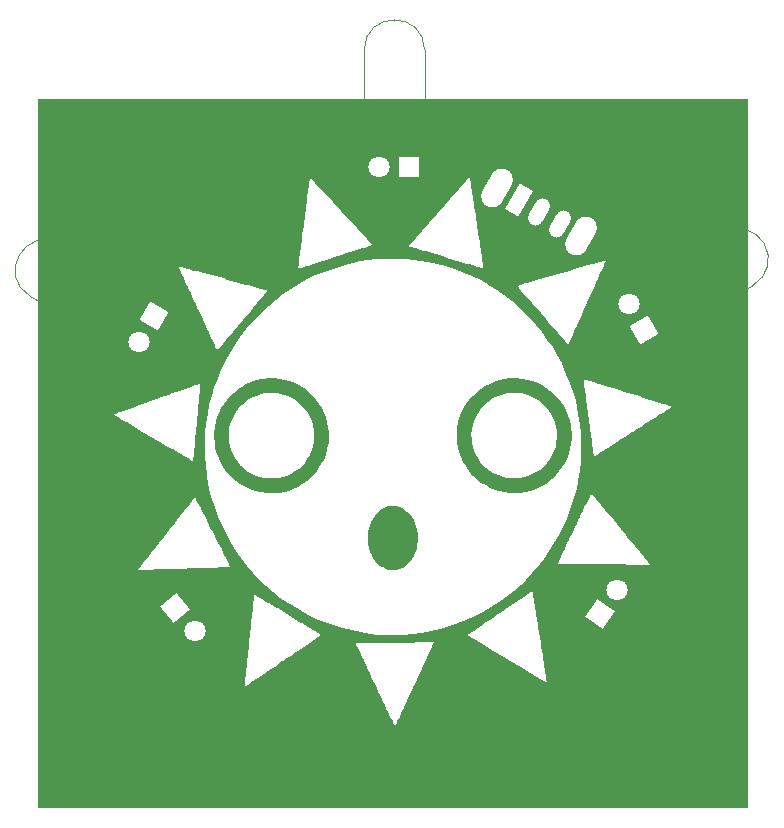
<source format=gbr>
%TF.GenerationSoftware,KiCad,Pcbnew,(6.0.1)*%
%TF.CreationDate,2022-04-19T14:46:11-07:00*%
%TF.ProjectId,Alpenglow_GoldSun_PCB,416c7065-6e67-46c6-9f77-5f476f6c6453,rev?*%
%TF.SameCoordinates,Original*%
%TF.FileFunction,Legend,Top*%
%TF.FilePolarity,Positive*%
%FSLAX46Y46*%
G04 Gerber Fmt 4.6, Leading zero omitted, Abs format (unit mm)*
G04 Created by KiCad (PCBNEW (6.0.1)) date 2022-04-19 14:46:11*
%MOMM*%
%LPD*%
G01*
G04 APERTURE LIST*
G04 Aperture macros list*
%AMHorizOval*
0 Thick line with rounded ends*
0 $1 width*
0 $2 $3 position (X,Y) of the first rounded end (center of the circle)*
0 $4 $5 position (X,Y) of the second rounded end (center of the circle)*
0 Add line between two ends*
20,1,$1,$2,$3,$4,$5,0*
0 Add two circle primitives to create the rounded ends*
1,1,$1,$2,$3*
1,1,$1,$4,$5*%
%AMRotRect*
0 Rectangle, with rotation*
0 The origin of the aperture is its center*
0 $1 length*
0 $2 width*
0 $3 Rotation angle, in degrees counterclockwise*
0 Add horizontal line*
21,1,$1,$2,0,0,$3*%
G04 Aperture macros list end*
%ADD10C,0.254000*%
%ADD11C,0.120000*%
%ADD12R,1.800000X1.800000*%
%ADD13C,1.800000*%
%ADD14RotRect,1.800000X1.800000X240.000000*%
%ADD15RotRect,1.800000X1.800000X120.000000*%
%ADD16RotRect,1.800000X1.800000X310.000000*%
%ADD17RotRect,1.800000X1.800000X55.000000*%
%ADD18O,2.500000X4.000000*%
%ADD19HorizOval,1.900000X-0.400000X-0.692820X0.400000X0.692820X0*%
%ADD20RotRect,1.300000X2.500000X330.000000*%
%ADD21HorizOval,1.300000X-0.300000X-0.519615X0.300000X0.519615X0*%
G04 APERTURE END LIST*
%TO.C,G\u002A\u002A\u002A*%
G36*
X182550641Y-60781360D02*
G01*
X182550641Y-120828641D01*
X122503360Y-120828641D01*
X122503360Y-110521646D01*
X139977118Y-110521646D01*
X139982518Y-110540210D01*
X139983752Y-110540540D01*
X140000720Y-110529475D01*
X140049214Y-110496999D01*
X140127642Y-110444190D01*
X140234414Y-110372126D01*
X140367938Y-110281885D01*
X140526622Y-110174544D01*
X140708875Y-110051183D01*
X140913105Y-109912878D01*
X141137722Y-109760708D01*
X141381133Y-109595750D01*
X141641748Y-109419084D01*
X141917974Y-109231786D01*
X142208221Y-109034935D01*
X142510897Y-108829608D01*
X142824410Y-108616884D01*
X143147170Y-108397841D01*
X143221301Y-108347525D01*
X143545977Y-108127094D01*
X143861743Y-107912608D01*
X144167009Y-107705151D01*
X144460184Y-107505808D01*
X144739676Y-107315665D01*
X145003894Y-107135807D01*
X145251247Y-106967319D01*
X145459959Y-106825044D01*
X149352378Y-106825044D01*
X149359935Y-106843792D01*
X149383685Y-106896517D01*
X149422629Y-106981109D01*
X149475766Y-107095461D01*
X149542097Y-107237464D01*
X149620621Y-107405010D01*
X149710339Y-107595990D01*
X149810251Y-107808295D01*
X149919356Y-108039817D01*
X150036655Y-108288448D01*
X150161148Y-108552078D01*
X150291835Y-108828601D01*
X150427716Y-109115906D01*
X150567791Y-109411886D01*
X150711060Y-109714431D01*
X150856523Y-110021435D01*
X151003180Y-110330787D01*
X151150032Y-110640380D01*
X151296077Y-110948105D01*
X151440318Y-111251854D01*
X151581752Y-111549517D01*
X151719382Y-111838988D01*
X151852205Y-112118156D01*
X151979223Y-112384914D01*
X152099436Y-112637153D01*
X152211844Y-112872764D01*
X152315446Y-113089640D01*
X152409244Y-113285671D01*
X152492236Y-113458749D01*
X152563423Y-113606766D01*
X152621805Y-113727613D01*
X152666382Y-113819182D01*
X152696154Y-113879364D01*
X152710121Y-113906050D01*
X152711067Y-113907230D01*
X152720705Y-113887901D01*
X152746231Y-113833942D01*
X152786837Y-113747105D01*
X152841712Y-113629143D01*
X152910048Y-113481808D01*
X152991036Y-113306854D01*
X153083868Y-113106032D01*
X153187734Y-112881096D01*
X153301826Y-112633799D01*
X153425334Y-112365892D01*
X153557451Y-112079129D01*
X153697366Y-111775263D01*
X153844271Y-111456046D01*
X153997358Y-111123230D01*
X154155817Y-110778569D01*
X154318839Y-110423816D01*
X154355830Y-110343297D01*
X155986583Y-106793414D01*
X152670542Y-106807943D01*
X152309443Y-106809540D01*
X151959298Y-106811119D01*
X151622192Y-106812668D01*
X151300209Y-106814177D01*
X150995431Y-106815635D01*
X150709944Y-106817032D01*
X150445830Y-106818356D01*
X150205174Y-106819597D01*
X149990058Y-106820745D01*
X149802567Y-106821787D01*
X149644784Y-106822715D01*
X149518793Y-106823516D01*
X149426678Y-106824181D01*
X149370522Y-106824698D01*
X149352378Y-106825044D01*
X145459959Y-106825044D01*
X145480142Y-106811286D01*
X145688991Y-106668794D01*
X145876200Y-106540928D01*
X146040178Y-106428774D01*
X146179335Y-106333416D01*
X146292079Y-106255941D01*
X146376819Y-106197432D01*
X146431964Y-106158976D01*
X146439110Y-106153810D01*
X158842030Y-106153810D01*
X158861787Y-106166838D01*
X158913680Y-106199081D01*
X158995706Y-106249334D01*
X159105860Y-106316396D01*
X159242139Y-106399065D01*
X159402540Y-106496137D01*
X159585059Y-106606411D01*
X159787692Y-106728685D01*
X160008436Y-106861756D01*
X160245287Y-107004422D01*
X160496241Y-107155480D01*
X160759295Y-107313728D01*
X161032446Y-107477965D01*
X161313689Y-107646986D01*
X161601021Y-107819591D01*
X161892439Y-107994577D01*
X162185938Y-108170741D01*
X162479516Y-108346882D01*
X162771169Y-108521796D01*
X163058892Y-108694282D01*
X163340683Y-108863137D01*
X163614538Y-109027159D01*
X163878453Y-109185145D01*
X164130424Y-109335894D01*
X164368449Y-109478203D01*
X164590523Y-109610869D01*
X164794642Y-109732691D01*
X164978804Y-109842465D01*
X165141005Y-109938990D01*
X165279240Y-110021064D01*
X165391507Y-110087483D01*
X165475801Y-110137046D01*
X165530120Y-110168551D01*
X165552459Y-110180794D01*
X165552930Y-110180890D01*
X165550411Y-110159946D01*
X165541896Y-110101374D01*
X165527684Y-110007081D01*
X165508073Y-109878972D01*
X165483362Y-109718954D01*
X165453850Y-109528933D01*
X165419835Y-109310815D01*
X165381617Y-109066506D01*
X165339493Y-108797911D01*
X165293762Y-108506938D01*
X165244724Y-108195492D01*
X165192676Y-107865479D01*
X165137917Y-107518806D01*
X165080747Y-107157378D01*
X165021463Y-106783101D01*
X164960364Y-106397882D01*
X164947513Y-106316919D01*
X164886008Y-105929740D01*
X164826114Y-105553164D01*
X164768137Y-105189093D01*
X164712382Y-104839431D01*
X164659155Y-104506079D01*
X164608761Y-104190941D01*
X164561506Y-103895918D01*
X164517696Y-103622914D01*
X164477637Y-103373831D01*
X164441634Y-103150572D01*
X164409994Y-102955039D01*
X164383021Y-102789135D01*
X164361021Y-102654763D01*
X164344301Y-102553825D01*
X164333166Y-102488223D01*
X164327921Y-102459861D01*
X164327598Y-102458815D01*
X164310324Y-102468848D01*
X164261609Y-102500124D01*
X164183187Y-102551481D01*
X164076793Y-102621760D01*
X163944161Y-102709801D01*
X163787027Y-102814444D01*
X163607125Y-102934529D01*
X163406190Y-103068896D01*
X163185957Y-103216385D01*
X162948160Y-103375836D01*
X162694535Y-103546090D01*
X162426815Y-103725985D01*
X162146736Y-103914362D01*
X161856033Y-104110061D01*
X161576740Y-104298239D01*
X161277828Y-104499791D01*
X160988103Y-104695291D01*
X160709291Y-104883568D01*
X160443114Y-105063453D01*
X160191298Y-105233778D01*
X159955564Y-105393371D01*
X159737638Y-105541063D01*
X159539243Y-105675685D01*
X159362103Y-105796067D01*
X159207942Y-105901039D01*
X159078483Y-105989432D01*
X158975451Y-106060075D01*
X158900569Y-106111800D01*
X158855562Y-106143437D01*
X158842030Y-106153810D01*
X146439110Y-106153810D01*
X146455922Y-106141657D01*
X146456851Y-106140787D01*
X146440607Y-106129070D01*
X146392163Y-106098246D01*
X146313699Y-106049617D01*
X146207398Y-105984487D01*
X146075442Y-105904161D01*
X145920012Y-105809941D01*
X145743290Y-105703131D01*
X145547458Y-105585035D01*
X145334698Y-105456956D01*
X145107191Y-105320199D01*
X144867120Y-105176065D01*
X144616665Y-105025860D01*
X144358009Y-104870887D01*
X144093334Y-104712449D01*
X143824822Y-104551850D01*
X143554653Y-104390394D01*
X143285010Y-104229383D01*
X143018075Y-104070123D01*
X142756030Y-103913916D01*
X142501056Y-103762066D01*
X142255334Y-103615876D01*
X142021048Y-103476651D01*
X141800378Y-103345694D01*
X141595507Y-103224308D01*
X141408616Y-103113797D01*
X141241886Y-103015464D01*
X141097501Y-102930614D01*
X140977641Y-102860549D01*
X140884488Y-102806574D01*
X140820224Y-102769992D01*
X140787031Y-102752107D01*
X140782773Y-102750551D01*
X140780314Y-102771311D01*
X140773986Y-102829557D01*
X140764033Y-102922956D01*
X140750696Y-103049174D01*
X140734217Y-103205877D01*
X140714838Y-103390731D01*
X140692801Y-103601403D01*
X140668347Y-103835560D01*
X140641720Y-104090866D01*
X140613161Y-104364989D01*
X140582911Y-104655595D01*
X140551213Y-104960350D01*
X140518309Y-105276921D01*
X140484440Y-105602973D01*
X140449849Y-105936174D01*
X140414777Y-106274189D01*
X140379467Y-106614684D01*
X140344160Y-106955326D01*
X140309098Y-107293782D01*
X140274524Y-107627717D01*
X140240679Y-107954797D01*
X140207804Y-108272690D01*
X140176143Y-108579061D01*
X140145937Y-108871577D01*
X140117428Y-109147904D01*
X140090858Y-109405708D01*
X140066469Y-109642655D01*
X140044503Y-109856412D01*
X140025201Y-110044646D01*
X140008806Y-110205021D01*
X139995560Y-110335205D01*
X139985704Y-110432865D01*
X139979480Y-110495665D01*
X139977132Y-110521273D01*
X139977118Y-110521646D01*
X122503360Y-110521646D01*
X122503360Y-100642427D01*
X130923355Y-100642427D01*
X130932125Y-100652099D01*
X130942595Y-100652924D01*
X130966097Y-100652324D01*
X131027663Y-100650528D01*
X131125347Y-100647598D01*
X131257200Y-100643593D01*
X131421275Y-100638574D01*
X131615624Y-100632601D01*
X131838302Y-100625734D01*
X132087359Y-100618034D01*
X132360849Y-100609561D01*
X132656823Y-100600375D01*
X132973336Y-100590536D01*
X133308439Y-100580105D01*
X133660185Y-100569142D01*
X134026626Y-100557707D01*
X134405816Y-100545861D01*
X134795806Y-100533664D01*
X134862682Y-100531571D01*
X135253815Y-100519295D01*
X135634197Y-100507290D01*
X136001901Y-100495620D01*
X136354998Y-100484349D01*
X136691563Y-100473539D01*
X137009667Y-100463255D01*
X137307384Y-100453560D01*
X137582786Y-100444518D01*
X137833946Y-100436192D01*
X138058938Y-100428646D01*
X138255833Y-100421944D01*
X138422705Y-100416150D01*
X138557626Y-100411326D01*
X138658669Y-100407537D01*
X138723907Y-100404846D01*
X138751413Y-100403317D01*
X138752211Y-100403168D01*
X138744110Y-100384849D01*
X138718909Y-100332657D01*
X138677543Y-100248460D01*
X138620946Y-100134125D01*
X138550051Y-99991517D01*
X138465792Y-99822505D01*
X138369105Y-99628954D01*
X138260922Y-99412733D01*
X138142177Y-99175708D01*
X138013806Y-98919746D01*
X137876741Y-98646713D01*
X137731917Y-98358477D01*
X137580268Y-98056905D01*
X137422728Y-97743863D01*
X137271454Y-97443496D01*
X137079327Y-97062202D01*
X136904354Y-96715105D01*
X136745717Y-96400632D01*
X136602594Y-96117211D01*
X136474168Y-95863268D01*
X136359619Y-95637231D01*
X136258127Y-95437527D01*
X136168873Y-95262583D01*
X136091038Y-95110826D01*
X136023803Y-94980683D01*
X135966347Y-94870582D01*
X135917853Y-94778950D01*
X135877500Y-94704214D01*
X135844469Y-94644801D01*
X135817941Y-94599138D01*
X135797096Y-94565653D01*
X135781115Y-94542773D01*
X135769179Y-94528924D01*
X135760469Y-94522535D01*
X135754165Y-94522032D01*
X135750754Y-94524330D01*
X135735143Y-94543271D01*
X135695977Y-94592092D01*
X135634489Y-94669238D01*
X135551908Y-94773150D01*
X135449467Y-94902275D01*
X135328396Y-95055055D01*
X135189927Y-95229934D01*
X135035290Y-95425356D01*
X134865716Y-95639765D01*
X134682437Y-95871606D01*
X134486684Y-96119321D01*
X134279687Y-96381354D01*
X134062677Y-96656150D01*
X133836887Y-96942153D01*
X133603546Y-97237805D01*
X133380661Y-97520288D01*
X133140770Y-97824351D01*
X132906942Y-98120701D01*
X132680434Y-98407747D01*
X132462502Y-98683897D01*
X132254405Y-98947558D01*
X132057397Y-99197140D01*
X131872738Y-99431051D01*
X131701682Y-99647698D01*
X131545487Y-99845491D01*
X131405410Y-100022838D01*
X131282708Y-100178146D01*
X131178637Y-100309824D01*
X131094455Y-100416281D01*
X131031417Y-100495925D01*
X130990782Y-100547164D01*
X130974394Y-100567687D01*
X130936617Y-100616509D01*
X130923355Y-100642427D01*
X122503360Y-100642427D01*
X122503360Y-87481062D01*
X128871549Y-87481062D01*
X128886072Y-87492302D01*
X128933167Y-87522521D01*
X129010824Y-87570538D01*
X129117030Y-87635169D01*
X129249774Y-87715233D01*
X129407044Y-87809548D01*
X129586830Y-87916931D01*
X129787119Y-88036201D01*
X130005900Y-88166175D01*
X130241162Y-88305672D01*
X130490893Y-88453509D01*
X130753081Y-88608504D01*
X131025716Y-88769475D01*
X131306786Y-88935240D01*
X131594278Y-89104617D01*
X131886182Y-89276424D01*
X132180487Y-89449478D01*
X132475180Y-89622598D01*
X132768251Y-89794601D01*
X133057687Y-89964306D01*
X133341478Y-90130530D01*
X133617612Y-90292091D01*
X133884076Y-90447807D01*
X134138861Y-90596497D01*
X134379954Y-90736977D01*
X134605344Y-90868066D01*
X134813019Y-90988581D01*
X135000969Y-91097342D01*
X135167181Y-91193164D01*
X135309643Y-91274868D01*
X135426345Y-91341269D01*
X135515276Y-91391187D01*
X135574422Y-91423439D01*
X135601774Y-91436843D01*
X135603319Y-91437146D01*
X135607420Y-91416971D01*
X135615002Y-91358801D01*
X135625879Y-91264506D01*
X135639864Y-91135955D01*
X135656771Y-90975015D01*
X135676413Y-90783557D01*
X135698605Y-90563449D01*
X135723160Y-90316560D01*
X135732210Y-90224543D01*
X136594687Y-90224543D01*
X136614457Y-91017493D01*
X136673222Y-91803771D01*
X136770322Y-92582172D01*
X136905097Y-93351496D01*
X137076886Y-94110538D01*
X137285030Y-94858098D01*
X137528867Y-95592971D01*
X137807738Y-96313957D01*
X138120982Y-97019851D01*
X138467938Y-97709453D01*
X138847947Y-98381558D01*
X139260348Y-99034965D01*
X139704480Y-99668471D01*
X140179684Y-100280874D01*
X140685298Y-100870971D01*
X141220663Y-101437560D01*
X141785118Y-101979437D01*
X142378002Y-102495401D01*
X142998656Y-102984249D01*
X143646419Y-103444779D01*
X143972170Y-103658873D01*
X144647695Y-104067646D01*
X145342451Y-104441759D01*
X146054697Y-104780648D01*
X146782690Y-105083749D01*
X147524688Y-105350498D01*
X148278950Y-105580332D01*
X149043732Y-105772688D01*
X149817293Y-105927002D01*
X150597890Y-106042710D01*
X151383781Y-106119248D01*
X151626291Y-106134826D01*
X151788454Y-106142074D01*
X151980507Y-106147535D01*
X152193417Y-106151200D01*
X152418153Y-106153057D01*
X152645680Y-106153095D01*
X152866968Y-106151302D01*
X153072982Y-106147668D01*
X153254691Y-106142182D01*
X153367662Y-106136954D01*
X154169477Y-106072496D01*
X154962008Y-105969439D01*
X155744182Y-105828260D01*
X156514925Y-105649437D01*
X157273167Y-105433447D01*
X158017832Y-105180769D01*
X158747850Y-104891879D01*
X159462146Y-104567255D01*
X160159648Y-104207374D01*
X160839283Y-103812715D01*
X161499979Y-103383754D01*
X162140662Y-102920969D01*
X162760260Y-102424838D01*
X163357700Y-101895838D01*
X163754928Y-101513432D01*
X164307072Y-100935824D01*
X164827790Y-100334414D01*
X164991453Y-100125424D01*
X166484409Y-100125424D01*
X166504700Y-100126213D01*
X166563076Y-100127363D01*
X166657590Y-100128851D01*
X166786297Y-100130655D01*
X166947252Y-100132754D01*
X167138507Y-100135124D01*
X167358118Y-100137744D01*
X167604140Y-100140592D01*
X167874626Y-100143644D01*
X168167630Y-100146880D01*
X168481208Y-100150276D01*
X168813414Y-100153811D01*
X169162301Y-100157463D01*
X169525925Y-100161208D01*
X169902339Y-100165025D01*
X170289598Y-100168892D01*
X170302124Y-100169016D01*
X170691325Y-100172880D01*
X171070671Y-100176664D01*
X171438151Y-100180347D01*
X171791749Y-100183909D01*
X172129453Y-100187329D01*
X172449249Y-100190586D01*
X172749122Y-100193658D01*
X173027060Y-100196526D01*
X173281048Y-100199168D01*
X173509073Y-100201564D01*
X173709121Y-100203692D01*
X173879179Y-100205532D01*
X174017233Y-100207062D01*
X174121269Y-100208263D01*
X174189274Y-100209113D01*
X174219081Y-100209587D01*
X174277781Y-100209316D01*
X174315922Y-100205595D01*
X174324163Y-100201652D01*
X174311618Y-100185377D01*
X174274794Y-100139724D01*
X174214913Y-100066177D01*
X174133194Y-99966218D01*
X174030857Y-99841330D01*
X173909121Y-99692996D01*
X173769208Y-99522699D01*
X173612337Y-99331923D01*
X173439728Y-99122150D01*
X173252600Y-98894863D01*
X173052174Y-98651545D01*
X172839671Y-98393679D01*
X172616308Y-98122748D01*
X172383308Y-97840235D01*
X172141889Y-97547624D01*
X171893272Y-97246396D01*
X171828641Y-97168105D01*
X171517010Y-96790750D01*
X171229940Y-96443395D01*
X170966620Y-96125075D01*
X170726239Y-95834824D01*
X170507987Y-95571677D01*
X170311054Y-95334670D01*
X170134629Y-95122838D01*
X169977901Y-94935215D01*
X169840060Y-94770835D01*
X169720295Y-94628736D01*
X169617796Y-94507950D01*
X169531752Y-94407513D01*
X169461353Y-94326460D01*
X169405788Y-94263826D01*
X169364246Y-94218645D01*
X169335918Y-94189953D01*
X169319992Y-94176785D01*
X169315821Y-94176224D01*
X169302831Y-94202084D01*
X169274029Y-94261261D01*
X169230511Y-94351453D01*
X169173372Y-94470359D01*
X169103708Y-94615677D01*
X169022615Y-94785106D01*
X168931187Y-94976345D01*
X168830520Y-95187091D01*
X168721709Y-95415043D01*
X168605851Y-95657899D01*
X168484039Y-95913359D01*
X168357370Y-96179120D01*
X168226938Y-96452881D01*
X168093840Y-96732340D01*
X167959171Y-97015196D01*
X167824026Y-97299148D01*
X167689500Y-97581893D01*
X167556688Y-97861130D01*
X167426687Y-98134558D01*
X167300592Y-98399875D01*
X167179497Y-98654780D01*
X167064499Y-98896970D01*
X166956692Y-99124145D01*
X166857172Y-99334003D01*
X166767035Y-99524242D01*
X166687376Y-99692561D01*
X166619290Y-99836659D01*
X166563872Y-99954233D01*
X166522218Y-100042982D01*
X166495424Y-100100604D01*
X166484584Y-100124799D01*
X166484409Y-100125424D01*
X164991453Y-100125424D01*
X165316425Y-99710450D01*
X165772323Y-99065177D01*
X166194829Y-98399842D01*
X166583289Y-97715692D01*
X166937046Y-97013972D01*
X167255447Y-96295929D01*
X167537837Y-95562810D01*
X167783560Y-94815861D01*
X167991962Y-94056328D01*
X168162388Y-93285458D01*
X168208766Y-93036757D01*
X168329285Y-92247983D01*
X168410188Y-91459349D01*
X168451874Y-90672128D01*
X168454745Y-89887590D01*
X168419199Y-89107006D01*
X168345636Y-88331647D01*
X168234457Y-87562784D01*
X168086060Y-86801688D01*
X167900846Y-86049631D01*
X167679214Y-85307882D01*
X167421565Y-84577714D01*
X167385736Y-84490078D01*
X168663810Y-84490078D01*
X168665896Y-84509946D01*
X168672982Y-84566954D01*
X168684731Y-84658565D01*
X168700802Y-84782247D01*
X168720857Y-84935463D01*
X168744558Y-85115680D01*
X168771566Y-85320362D01*
X168801542Y-85546975D01*
X168834147Y-85792985D01*
X168869044Y-86055856D01*
X168905893Y-86333053D01*
X168944355Y-86622043D01*
X168984092Y-86920290D01*
X169024766Y-87225259D01*
X169066037Y-87534417D01*
X169107566Y-87845227D01*
X169149016Y-88155156D01*
X169190048Y-88461669D01*
X169230322Y-88762230D01*
X169269501Y-89054306D01*
X169307244Y-89335362D01*
X169343215Y-89602862D01*
X169377074Y-89854273D01*
X169408482Y-90087059D01*
X169437101Y-90298686D01*
X169462593Y-90486618D01*
X169484617Y-90648322D01*
X169502837Y-90781263D01*
X169516912Y-90882905D01*
X169526505Y-90950714D01*
X169531147Y-90981423D01*
X169543433Y-91024165D01*
X169558371Y-91041761D01*
X169560375Y-91041471D01*
X169578760Y-91030210D01*
X169629228Y-90998401D01*
X169710151Y-90947083D01*
X169819900Y-90877297D01*
X169956847Y-90790082D01*
X170119364Y-90686478D01*
X170305822Y-90567525D01*
X170514592Y-90434263D01*
X170744047Y-90287730D01*
X170992557Y-90128968D01*
X171258494Y-89959015D01*
X171540230Y-89778913D01*
X171836136Y-89589699D01*
X172144584Y-89392415D01*
X172463945Y-89188100D01*
X172792592Y-88977793D01*
X172861757Y-88933527D01*
X173191912Y-88722167D01*
X173512950Y-88516543D01*
X173823255Y-88317693D01*
X174121209Y-88126658D01*
X174405194Y-87944480D01*
X174673591Y-87772198D01*
X174924784Y-87610853D01*
X175157155Y-87461484D01*
X175369085Y-87325134D01*
X175558958Y-87202841D01*
X175725155Y-87095647D01*
X175866058Y-87004592D01*
X175980050Y-86930717D01*
X176065513Y-86875061D01*
X176120830Y-86838666D01*
X176144382Y-86822571D01*
X176145141Y-86821864D01*
X176126365Y-86815076D01*
X176071587Y-86797123D01*
X175983038Y-86768701D01*
X175862952Y-86730505D01*
X175713558Y-86683232D01*
X175537090Y-86627576D01*
X175335779Y-86564233D01*
X175111857Y-86493899D01*
X174867556Y-86417270D01*
X174605108Y-86335040D01*
X174326744Y-86247907D01*
X174034697Y-86156565D01*
X173731199Y-86061711D01*
X173418481Y-85964039D01*
X173098775Y-85864245D01*
X172774314Y-85763025D01*
X172447328Y-85661076D01*
X172120051Y-85559091D01*
X171794713Y-85457767D01*
X171473547Y-85357800D01*
X171158785Y-85259885D01*
X170852658Y-85164718D01*
X170557399Y-85072994D01*
X170275238Y-84985409D01*
X170008409Y-84902659D01*
X169759143Y-84825440D01*
X169529672Y-84754446D01*
X169322228Y-84690375D01*
X169139043Y-84633920D01*
X168982348Y-84585778D01*
X168854375Y-84546645D01*
X168757357Y-84517216D01*
X168693525Y-84498187D01*
X168665112Y-84490253D01*
X168663810Y-84490078D01*
X167385736Y-84490078D01*
X167128297Y-83860396D01*
X166799812Y-83157201D01*
X166436507Y-82469399D01*
X166038784Y-81798260D01*
X165607042Y-81145057D01*
X165141681Y-80511060D01*
X164643101Y-79897539D01*
X164111701Y-79305767D01*
X163783574Y-78967969D01*
X163202419Y-78414806D01*
X162597807Y-77893886D01*
X161970659Y-77405698D01*
X161321896Y-76950729D01*
X160757713Y-76595715D01*
X163070352Y-76595715D01*
X163079453Y-76612726D01*
X163099069Y-76641167D01*
X163130225Y-76682238D01*
X163173946Y-76737139D01*
X163231256Y-76807067D01*
X163303179Y-76893222D01*
X163390741Y-76996803D01*
X163494966Y-77119009D01*
X163616877Y-77261039D01*
X163757501Y-77424093D01*
X163917862Y-77609368D01*
X164098983Y-77818065D01*
X164301890Y-78051381D01*
X164527608Y-78310517D01*
X164777160Y-78596672D01*
X165051571Y-78911043D01*
X165209889Y-79092315D01*
X165447076Y-79363637D01*
X165677229Y-79626499D01*
X165898965Y-79879342D01*
X166110903Y-80120605D01*
X166311659Y-80348728D01*
X166499851Y-80562152D01*
X166674098Y-80759315D01*
X166833017Y-80938658D01*
X166975226Y-81098622D01*
X167099342Y-81237645D01*
X167203983Y-81354168D01*
X167287767Y-81446631D01*
X167349312Y-81513473D01*
X167387235Y-81553135D01*
X167400092Y-81564261D01*
X167409741Y-81544568D01*
X167434809Y-81490038D01*
X167474508Y-81402438D01*
X167528050Y-81283536D01*
X167594647Y-81135097D01*
X167673512Y-80958890D01*
X167763855Y-80756681D01*
X167864891Y-80530237D01*
X167975829Y-80281327D01*
X168095884Y-80011715D01*
X168224266Y-79723171D01*
X168360187Y-79417461D01*
X168502861Y-79096351D01*
X168651499Y-78761609D01*
X168805313Y-78415003D01*
X168963514Y-78058299D01*
X168996054Y-77984906D01*
X169154861Y-77626613D01*
X169309243Y-77278159D01*
X169458422Y-76941300D01*
X169601622Y-76617796D01*
X169738067Y-76309406D01*
X169866981Y-76017889D01*
X169987585Y-75745002D01*
X170099106Y-75492506D01*
X170200765Y-75262158D01*
X170291786Y-75055718D01*
X170371394Y-74874945D01*
X170438810Y-74721597D01*
X170493260Y-74597432D01*
X170533967Y-74504211D01*
X170560153Y-74443691D01*
X170571044Y-74417631D01*
X170571314Y-74416700D01*
X170552046Y-74421639D01*
X170496585Y-74437097D01*
X170407182Y-74462425D01*
X170286085Y-74496970D01*
X170135544Y-74540082D01*
X169957807Y-74591108D01*
X169755124Y-74649398D01*
X169529743Y-74714300D01*
X169283914Y-74785163D01*
X169019886Y-74861336D01*
X168739908Y-74942166D01*
X168446230Y-75027003D01*
X168141099Y-75115196D01*
X167826766Y-75206092D01*
X167505479Y-75299041D01*
X167179488Y-75393392D01*
X166851042Y-75488492D01*
X166522389Y-75583691D01*
X166195779Y-75678337D01*
X165873462Y-75771779D01*
X165557685Y-75863365D01*
X165250699Y-75952445D01*
X164954752Y-76038366D01*
X164672093Y-76120478D01*
X164404972Y-76198128D01*
X164155638Y-76270666D01*
X163926339Y-76337441D01*
X163719326Y-76397800D01*
X163536846Y-76451093D01*
X163381149Y-76496668D01*
X163254485Y-76533874D01*
X163159102Y-76562059D01*
X163097249Y-76580573D01*
X163071176Y-76588763D01*
X163070741Y-76588936D01*
X163070352Y-76595715D01*
X160757713Y-76595715D01*
X160652436Y-76529469D01*
X159963202Y-76142406D01*
X159255112Y-75790029D01*
X158529087Y-75472826D01*
X157786047Y-75191286D01*
X157026913Y-74945898D01*
X156252603Y-74737150D01*
X155509348Y-74574306D01*
X154937615Y-74475841D01*
X154341444Y-74397914D01*
X153731182Y-74341254D01*
X153117180Y-74306589D01*
X152509784Y-74294647D01*
X151919344Y-74306158D01*
X151786417Y-74312230D01*
X151096133Y-74360251D01*
X150429087Y-74433589D01*
X149776371Y-74533703D01*
X149129079Y-74662051D01*
X148478304Y-74820092D01*
X148173572Y-74903660D01*
X147419662Y-75138304D01*
X146680440Y-75409730D01*
X145957150Y-75717015D01*
X145251033Y-76059235D01*
X144563330Y-76435467D01*
X143895285Y-76844787D01*
X143248140Y-77286273D01*
X142623135Y-77759000D01*
X142021514Y-78262045D01*
X141444518Y-78794485D01*
X140893389Y-79355396D01*
X140369370Y-79943856D01*
X139873702Y-80558940D01*
X139407627Y-81199726D01*
X139115965Y-81637625D01*
X138704211Y-82315297D01*
X138327694Y-83011205D01*
X137986868Y-83723809D01*
X137682183Y-84451570D01*
X137414092Y-85192947D01*
X137183047Y-85946402D01*
X136989500Y-86710395D01*
X136833903Y-87483386D01*
X136716707Y-88263836D01*
X136638366Y-89050206D01*
X136599330Y-89840956D01*
X136594687Y-90224543D01*
X135732210Y-90224543D01*
X135749891Y-90044758D01*
X135778612Y-89749913D01*
X135809137Y-89433894D01*
X135841279Y-89098569D01*
X135874852Y-88745807D01*
X135909671Y-88377477D01*
X135930588Y-88155044D01*
X135964157Y-87796743D01*
X135996593Y-87449281D01*
X136027706Y-87114745D01*
X136057307Y-86795222D01*
X136085205Y-86492802D01*
X136111211Y-86209571D01*
X136135136Y-85947619D01*
X136156790Y-85709034D01*
X136175983Y-85495902D01*
X136192527Y-85310313D01*
X136206230Y-85154354D01*
X136216905Y-85030114D01*
X136224360Y-84939680D01*
X136228408Y-84885141D01*
X136228983Y-84868475D01*
X136209737Y-84874307D01*
X136154993Y-84892804D01*
X136066961Y-84923183D01*
X135947847Y-84964660D01*
X135799859Y-85016450D01*
X135625205Y-85077769D01*
X135426093Y-85147835D01*
X135204731Y-85225862D01*
X134963325Y-85311067D01*
X134704084Y-85402665D01*
X134429216Y-85499874D01*
X134140928Y-85601909D01*
X133841428Y-85707985D01*
X133532923Y-85817320D01*
X133217622Y-85929129D01*
X132897732Y-86042628D01*
X132575461Y-86157033D01*
X132253016Y-86271561D01*
X131932605Y-86385427D01*
X131616436Y-86497847D01*
X131306717Y-86608038D01*
X131005656Y-86715215D01*
X130715459Y-86818595D01*
X130438335Y-86917393D01*
X130176492Y-87010826D01*
X129932136Y-87098110D01*
X129707477Y-87178460D01*
X129504721Y-87251094D01*
X129326077Y-87315226D01*
X129173751Y-87370073D01*
X129049952Y-87414851D01*
X128956888Y-87448776D01*
X128896766Y-87471064D01*
X128871794Y-87480932D01*
X128871549Y-87481062D01*
X122503360Y-87481062D01*
X122503360Y-74945368D01*
X134355076Y-74945368D01*
X134362826Y-74963558D01*
X134386475Y-75015921D01*
X134425036Y-75100335D01*
X134477525Y-75214675D01*
X134542957Y-75356819D01*
X134620345Y-75524643D01*
X134708706Y-75716023D01*
X134807053Y-75928837D01*
X134914402Y-76160961D01*
X135029766Y-76410271D01*
X135152162Y-76674644D01*
X135280604Y-76951957D01*
X135414106Y-77240085D01*
X135551684Y-77536907D01*
X135692352Y-77840298D01*
X135835124Y-78148135D01*
X135979017Y-78458295D01*
X136123043Y-78768654D01*
X136266219Y-79077089D01*
X136407559Y-79381476D01*
X136546078Y-79679692D01*
X136680790Y-79969613D01*
X136810711Y-80249117D01*
X136934854Y-80516080D01*
X137052236Y-80768378D01*
X137161870Y-81003888D01*
X137262771Y-81220486D01*
X137353955Y-81416049D01*
X137434436Y-81588455D01*
X137503228Y-81735578D01*
X137559347Y-81855297D01*
X137601807Y-81945487D01*
X137629623Y-82004025D01*
X137640698Y-82026693D01*
X137658802Y-82052631D01*
X137676328Y-82043586D01*
X137682945Y-82035111D01*
X137698101Y-82016707D01*
X137737671Y-81969313D01*
X137800283Y-81894559D01*
X137884565Y-81794078D01*
X137989148Y-81669499D01*
X138112660Y-81522455D01*
X138253729Y-81354577D01*
X138410985Y-81167495D01*
X138583057Y-80962841D01*
X138768573Y-80742247D01*
X138966162Y-80507343D01*
X139174453Y-80259760D01*
X139392075Y-80001130D01*
X139617657Y-79733084D01*
X139806984Y-79508151D01*
X140037768Y-79233934D01*
X140261525Y-78967973D01*
X140476897Y-78711884D01*
X140682528Y-78467285D01*
X140877061Y-78235793D01*
X141059139Y-78019025D01*
X141227406Y-77818597D01*
X141380505Y-77636126D01*
X141517079Y-77473230D01*
X141635771Y-77331525D01*
X141735225Y-77212629D01*
X141814084Y-77118157D01*
X141870991Y-77049728D01*
X141904590Y-77008958D01*
X141913803Y-76997285D01*
X141895296Y-76990964D01*
X141840391Y-76974842D01*
X141751342Y-76949528D01*
X141630404Y-76915635D01*
X141479831Y-76873776D01*
X141301878Y-76824562D01*
X141098800Y-76768606D01*
X140872851Y-76706518D01*
X140626286Y-76638913D01*
X140361359Y-76566400D01*
X140080324Y-76489594D01*
X139785438Y-76409104D01*
X139478953Y-76325545D01*
X139163125Y-76239527D01*
X138840208Y-76151662D01*
X138512457Y-76062563D01*
X138182127Y-75972842D01*
X137851471Y-75883111D01*
X137522745Y-75793981D01*
X137198204Y-75706066D01*
X136880101Y-75619976D01*
X136570691Y-75536324D01*
X136272229Y-75455722D01*
X135986970Y-75378782D01*
X135717168Y-75306116D01*
X135465077Y-75238336D01*
X135232953Y-75176054D01*
X135080837Y-75135347D01*
X144499623Y-75135347D01*
X144517897Y-75134230D01*
X144567346Y-75122449D01*
X144641119Y-75101849D01*
X144732362Y-75074271D01*
X144765889Y-75063715D01*
X144815502Y-75047940D01*
X144900927Y-75020779D01*
X145019826Y-74982974D01*
X145169863Y-74935269D01*
X145348700Y-74878408D01*
X145554000Y-74813132D01*
X145783425Y-74740186D01*
X146034638Y-74660313D01*
X146305301Y-74574255D01*
X146593077Y-74482756D01*
X146895629Y-74386559D01*
X147210619Y-74286408D01*
X147535710Y-74183045D01*
X147868564Y-74077214D01*
X147918714Y-74061268D01*
X148247370Y-73956672D01*
X148565406Y-73855258D01*
X148870751Y-73757697D01*
X149161334Y-73664659D01*
X149435083Y-73576813D01*
X149689927Y-73494829D01*
X149923794Y-73419377D01*
X150134612Y-73351127D01*
X150320311Y-73290748D01*
X150478818Y-73238910D01*
X150516951Y-73226333D01*
X153853255Y-73226333D01*
X153871698Y-73232955D01*
X153926087Y-73250211D01*
X154013984Y-73277374D01*
X154132947Y-73313717D01*
X154280538Y-73358513D01*
X154454318Y-73411037D01*
X154651848Y-73470561D01*
X154870686Y-73536358D01*
X155108395Y-73607702D01*
X155362535Y-73683866D01*
X155630666Y-73764124D01*
X155910350Y-73847748D01*
X156199145Y-73934012D01*
X156494614Y-74022190D01*
X156794316Y-74111554D01*
X157095813Y-74201378D01*
X157396664Y-74290935D01*
X157694431Y-74379499D01*
X157986673Y-74466343D01*
X158270952Y-74550739D01*
X158544828Y-74631962D01*
X158805861Y-74709285D01*
X159051613Y-74781981D01*
X159279643Y-74849324D01*
X159487512Y-74910586D01*
X159672782Y-74965040D01*
X159833011Y-75011962D01*
X159965762Y-75050622D01*
X160068594Y-75080296D01*
X160139068Y-75100256D01*
X160174745Y-75109775D01*
X160178025Y-75110451D01*
X160193746Y-75098427D01*
X160193809Y-75097632D01*
X160191074Y-75074671D01*
X160182727Y-75014592D01*
X160169117Y-74919712D01*
X160150592Y-74792350D01*
X160127498Y-74634822D01*
X160100183Y-74449449D01*
X160068996Y-74238547D01*
X160034284Y-74004434D01*
X159996395Y-73749429D01*
X159955676Y-73475849D01*
X159912476Y-73186013D01*
X159867142Y-72882239D01*
X159820022Y-72566844D01*
X159771463Y-72242147D01*
X159721814Y-71910465D01*
X159671422Y-71574117D01*
X159620634Y-71235421D01*
X159569799Y-70896695D01*
X159519265Y-70560256D01*
X159469378Y-70228423D01*
X159420488Y-69903514D01*
X159372941Y-69587847D01*
X159327085Y-69283740D01*
X159283268Y-68993510D01*
X159241838Y-68719477D01*
X159203143Y-68463957D01*
X159167530Y-68229269D01*
X159135347Y-68017731D01*
X159106942Y-67831662D01*
X159082662Y-67673378D01*
X159062856Y-67545198D01*
X159047871Y-67449440D01*
X159038054Y-67388423D01*
X159033754Y-67364463D01*
X159033646Y-67364199D01*
X159019771Y-67377960D01*
X158980994Y-67420017D01*
X158918862Y-67488619D01*
X158834923Y-67582015D01*
X158730726Y-67698453D01*
X158607817Y-67836181D01*
X158467744Y-67993449D01*
X158312056Y-68168504D01*
X158142300Y-68359595D01*
X157960025Y-68564971D01*
X157766777Y-68782880D01*
X157564106Y-69011570D01*
X157353557Y-69249289D01*
X157136681Y-69494288D01*
X156915023Y-69744813D01*
X156690133Y-69999113D01*
X156463558Y-70255437D01*
X156236846Y-70512033D01*
X156011544Y-70767150D01*
X155789201Y-71019036D01*
X155571364Y-71265940D01*
X155359581Y-71506110D01*
X155155400Y-71737794D01*
X154960369Y-71959241D01*
X154776036Y-72168700D01*
X154603949Y-72364419D01*
X154445654Y-72544646D01*
X154302701Y-72707630D01*
X154176637Y-72851619D01*
X154069010Y-72974862D01*
X153981367Y-73075608D01*
X153915257Y-73152104D01*
X153872228Y-73202599D01*
X153853826Y-73225342D01*
X153853255Y-73226333D01*
X150516951Y-73226333D01*
X150608062Y-73196283D01*
X150705972Y-73163537D01*
X150770475Y-73141342D01*
X150799501Y-73130366D01*
X150800984Y-73129368D01*
X150787025Y-73113229D01*
X150747538Y-73069398D01*
X150684110Y-72999598D01*
X150598330Y-72905557D01*
X150491784Y-72789000D01*
X150366060Y-72651652D01*
X150222746Y-72495240D01*
X150063430Y-72321490D01*
X149889698Y-72132127D01*
X149703138Y-71928877D01*
X149505338Y-71713466D01*
X149297886Y-71487619D01*
X149082369Y-71253063D01*
X148860374Y-71011524D01*
X148633489Y-70764727D01*
X148403301Y-70514397D01*
X148171399Y-70262262D01*
X147939369Y-70010046D01*
X147708799Y-69759476D01*
X147481277Y-69512277D01*
X147258390Y-69270175D01*
X147041726Y-69034896D01*
X146832872Y-68808165D01*
X146633417Y-68591710D01*
X146444946Y-68387255D01*
X146269048Y-68196526D01*
X146107311Y-68021249D01*
X145961322Y-67863150D01*
X145832668Y-67723954D01*
X145722937Y-67605388D01*
X145633717Y-67509178D01*
X145566595Y-67437048D01*
X145523159Y-67390726D01*
X145504996Y-67371936D01*
X145504569Y-67371604D01*
X145501176Y-67390731D01*
X145492998Y-67447249D01*
X145480335Y-67538840D01*
X145463488Y-67663189D01*
X145442756Y-67817977D01*
X145418439Y-68000889D01*
X145390836Y-68209607D01*
X145360249Y-68441815D01*
X145326977Y-68695195D01*
X145291319Y-68967431D01*
X145253575Y-69256207D01*
X145214046Y-69559205D01*
X145173031Y-69874108D01*
X145130831Y-70198600D01*
X145087744Y-70530364D01*
X145044072Y-70867083D01*
X145000113Y-71206441D01*
X144956168Y-71546119D01*
X144912537Y-71883803D01*
X144869519Y-72217174D01*
X144827414Y-72543916D01*
X144786523Y-72861712D01*
X144747145Y-73168246D01*
X144709581Y-73461200D01*
X144674129Y-73738258D01*
X144641090Y-73997102D01*
X144610763Y-74235417D01*
X144583450Y-74450885D01*
X144559449Y-74641189D01*
X144539060Y-74804013D01*
X144522584Y-74937040D01*
X144510320Y-75037953D01*
X144502568Y-75104435D01*
X144499628Y-75134169D01*
X144499623Y-75135347D01*
X135080837Y-75135347D01*
X135023050Y-75119883D01*
X134837622Y-75070433D01*
X134678924Y-75028318D01*
X134549211Y-74994149D01*
X134450737Y-74968538D01*
X134385757Y-74952098D01*
X134356525Y-74945440D01*
X134355076Y-74945368D01*
X122503360Y-74945368D01*
X122503360Y-60781360D01*
X182550641Y-60781360D01*
G37*
G36*
X152711108Y-95228583D02*
G01*
X152869859Y-95247220D01*
X153016637Y-95281972D01*
X153164827Y-95335858D01*
X153297607Y-95396843D01*
X153534517Y-95535396D01*
X153753091Y-95707161D01*
X153951835Y-95909032D01*
X154129252Y-96137905D01*
X154283848Y-96390673D01*
X154414127Y-96664233D01*
X154518594Y-96955478D01*
X154595753Y-97261304D01*
X154644109Y-97578604D01*
X154662167Y-97904275D01*
X154650868Y-98207010D01*
X154606745Y-98548311D01*
X154532548Y-98874107D01*
X154429701Y-99181684D01*
X154299625Y-99468327D01*
X154143743Y-99731320D01*
X153963478Y-99967948D01*
X153760253Y-100175496D01*
X153535489Y-100351250D01*
X153522966Y-100359650D01*
X153289093Y-100493134D01*
X153044932Y-100590329D01*
X152794104Y-100650513D01*
X152540232Y-100672963D01*
X152286937Y-100656955D01*
X152154499Y-100632707D01*
X151903398Y-100555671D01*
X151663523Y-100441532D01*
X151437089Y-100292191D01*
X151226310Y-100109550D01*
X151033403Y-99895509D01*
X150860581Y-99651970D01*
X150720370Y-99401769D01*
X150591620Y-99099891D01*
X150494256Y-98778127D01*
X150428945Y-98442254D01*
X150396354Y-98098054D01*
X150397149Y-97751304D01*
X150431995Y-97407785D01*
X150468020Y-97212534D01*
X150552850Y-96897732D01*
X150666049Y-96601191D01*
X150805621Y-96325722D01*
X150969572Y-96074140D01*
X151155904Y-95849256D01*
X151362622Y-95653884D01*
X151587730Y-95490836D01*
X151756393Y-95396843D01*
X151915822Y-95324904D01*
X152062798Y-95274588D01*
X152210707Y-95242877D01*
X152372932Y-95226751D01*
X152527000Y-95223041D01*
X152711108Y-95228583D01*
G37*
G36*
X137401652Y-89103661D02*
G01*
X137408048Y-88971672D01*
X137417429Y-88833943D01*
X137428701Y-88704040D01*
X137440769Y-88595528D01*
X137445259Y-88563235D01*
X137529267Y-88135360D01*
X137649711Y-87721280D01*
X137804908Y-87322860D01*
X137993176Y-86941968D01*
X138212831Y-86580469D01*
X138462190Y-86240231D01*
X138739572Y-85923120D01*
X139043293Y-85631003D01*
X139371670Y-85365745D01*
X139723020Y-85129214D01*
X140095661Y-84923275D01*
X140487909Y-84749796D01*
X140898082Y-84610642D01*
X141045093Y-84570515D01*
X141260598Y-84519405D01*
X141461687Y-84481246D01*
X141662244Y-84454122D01*
X141876152Y-84436113D01*
X142090205Y-84426160D01*
X142540930Y-84430388D01*
X142980357Y-84472902D01*
X143407513Y-84553307D01*
X143821424Y-84671210D01*
X144221116Y-84826220D01*
X144605616Y-85017943D01*
X144973950Y-85245986D01*
X145325145Y-85509956D01*
X145658226Y-85809460D01*
X145752062Y-85903699D01*
X146043603Y-86231903D01*
X146301708Y-86580963D01*
X146525720Y-86948753D01*
X146714984Y-87333151D01*
X146868842Y-87732034D01*
X146986639Y-88143276D01*
X147067718Y-88564756D01*
X147111422Y-88994349D01*
X147117095Y-89429932D01*
X147084081Y-89869382D01*
X147050454Y-90104449D01*
X146960495Y-90522499D01*
X146831761Y-90932902D01*
X146665098Y-91333714D01*
X146461353Y-91722995D01*
X146221375Y-92098799D01*
X146118903Y-92240280D01*
X146025785Y-92356040D01*
X145908734Y-92488430D01*
X145775539Y-92629662D01*
X145633990Y-92771947D01*
X145491876Y-92907498D01*
X145356986Y-93028525D01*
X145237109Y-93127242D01*
X145215039Y-93144058D01*
X144850249Y-93395590D01*
X144477000Y-93609105D01*
X144091746Y-93786084D01*
X143690942Y-93928008D01*
X143271043Y-94036355D01*
X142929443Y-94098290D01*
X142810446Y-94112218D01*
X142662280Y-94123494D01*
X142495735Y-94131838D01*
X142321604Y-94136970D01*
X142150677Y-94138613D01*
X141993745Y-94136486D01*
X141861601Y-94130310D01*
X141821296Y-94126957D01*
X141534111Y-94089978D01*
X141238824Y-94035070D01*
X140949701Y-93965401D01*
X140681010Y-93884141D01*
X140600324Y-93855713D01*
X140448375Y-93795161D01*
X140276720Y-93718665D01*
X140096514Y-93631822D01*
X139918917Y-93540225D01*
X139755086Y-93449470D01*
X139616177Y-93365152D01*
X139596819Y-93352506D01*
X139236594Y-93091051D01*
X138905469Y-92803272D01*
X138604436Y-92491090D01*
X138334489Y-92156427D01*
X138096620Y-91801205D01*
X137891822Y-91427346D01*
X137721088Y-91036772D01*
X137585412Y-90631405D01*
X137485786Y-90213167D01*
X137423203Y-89783980D01*
X137402165Y-89408413D01*
X138634804Y-89408413D01*
X138667172Y-89782251D01*
X138738361Y-90154488D01*
X138843840Y-90502671D01*
X138986470Y-90841104D01*
X139163723Y-91165321D01*
X139373070Y-91470860D01*
X139611983Y-91753256D01*
X139689448Y-91833200D01*
X139976595Y-92092911D01*
X140283387Y-92317797D01*
X140609135Y-92507513D01*
X140953147Y-92661716D01*
X141314732Y-92780060D01*
X141693200Y-92862202D01*
X141781474Y-92875782D01*
X141910486Y-92888765D01*
X142067449Y-92896160D01*
X142240700Y-92898141D01*
X142418575Y-92894886D01*
X142589410Y-92886569D01*
X142741544Y-92873365D01*
X142839372Y-92859848D01*
X143214299Y-92775740D01*
X143573200Y-92655780D01*
X143914106Y-92501602D01*
X144235050Y-92314834D01*
X144534065Y-92097109D01*
X144809184Y-91850058D01*
X145058439Y-91575310D01*
X145279863Y-91274497D01*
X145471488Y-90949251D01*
X145631348Y-90601201D01*
X145663043Y-90519094D01*
X145766378Y-90187622D01*
X145836740Y-89839955D01*
X145873776Y-89483099D01*
X145877136Y-89124060D01*
X145846468Y-88769843D01*
X145781421Y-88427454D01*
X145770137Y-88383093D01*
X145654554Y-88018990D01*
X145504859Y-87674021D01*
X145323008Y-87349945D01*
X145110955Y-87048523D01*
X144870653Y-86771515D01*
X144604056Y-86520679D01*
X144313119Y-86297776D01*
X143999795Y-86104566D01*
X143666038Y-85942808D01*
X143313803Y-85814262D01*
X142945044Y-85720688D01*
X142781549Y-85691590D01*
X142625012Y-85673620D01*
X142442477Y-85662998D01*
X142247297Y-85659726D01*
X142052827Y-85663808D01*
X141872420Y-85675246D01*
X141736281Y-85691341D01*
X141356156Y-85769557D01*
X140992534Y-85884034D01*
X140646439Y-86034256D01*
X140318891Y-86219708D01*
X140010912Y-86439874D01*
X139723523Y-86694238D01*
X139696302Y-86721189D01*
X139442095Y-87003013D01*
X139221139Y-87305554D01*
X139034168Y-87626179D01*
X138881917Y-87962255D01*
X138765120Y-88311150D01*
X138684513Y-88670230D01*
X138640829Y-89036862D01*
X138634804Y-89408413D01*
X137402165Y-89408413D01*
X137398656Y-89345765D01*
X137401652Y-89103661D01*
G37*
G36*
X157975484Y-88660174D02*
G01*
X158050097Y-88224908D01*
X158161725Y-87803773D01*
X158309898Y-87397878D01*
X158494144Y-87008330D01*
X158713991Y-86636239D01*
X158968967Y-86282711D01*
X159258602Y-85948856D01*
X159301939Y-85903699D01*
X159628746Y-85594805D01*
X159974781Y-85320775D01*
X160339137Y-85082046D01*
X160720911Y-84879052D01*
X161119197Y-84712230D01*
X161533090Y-84582017D01*
X161961685Y-84488847D01*
X162343307Y-84438497D01*
X162504522Y-84428064D01*
X162691276Y-84423660D01*
X162891761Y-84424966D01*
X163094167Y-84431664D01*
X163286686Y-84443437D01*
X163457509Y-84459965D01*
X163535668Y-84470615D01*
X163959561Y-84555998D01*
X164371696Y-84678240D01*
X164769768Y-84835648D01*
X165151474Y-85026531D01*
X165514507Y-85249194D01*
X165856564Y-85501945D01*
X166175340Y-85783091D01*
X166468529Y-86090939D01*
X166733827Y-86423797D01*
X166968930Y-86779970D01*
X167159163Y-87132108D01*
X167265751Y-87361580D01*
X167352723Y-87573001D01*
X167425071Y-87779894D01*
X167487786Y-87995781D01*
X167509986Y-88082406D01*
X167564180Y-88319662D01*
X167603681Y-88540343D01*
X167630779Y-88760866D01*
X167647763Y-88997649D01*
X167652349Y-89103661D01*
X167648964Y-89545989D01*
X167607001Y-89980338D01*
X167527454Y-90404786D01*
X167411315Y-90817410D01*
X167259577Y-91216290D01*
X167073234Y-91599503D01*
X166853277Y-91965127D01*
X166600701Y-92311240D01*
X166316498Y-92635921D01*
X166001661Y-92937247D01*
X165657183Y-93213296D01*
X165457181Y-93352506D01*
X165323349Y-93435258D01*
X165162789Y-93525352D01*
X164986661Y-93617192D01*
X164806122Y-93705182D01*
X164632328Y-93783730D01*
X164476438Y-93847238D01*
X164453676Y-93855713D01*
X164108606Y-93965050D01*
X163741319Y-94049849D01*
X163362313Y-94108649D01*
X162982082Y-94139989D01*
X162611123Y-94142407D01*
X162454817Y-94134027D01*
X162014358Y-94081942D01*
X161584242Y-93991297D01*
X161165381Y-93862438D01*
X160758684Y-93695708D01*
X160365063Y-93491453D01*
X159985430Y-93250018D01*
X159838961Y-93144058D01*
X159723135Y-93050893D01*
X159590695Y-92933815D01*
X159449430Y-92800614D01*
X159307129Y-92659077D01*
X159171581Y-92516993D01*
X159050576Y-92382149D01*
X158951902Y-92262336D01*
X158935097Y-92240280D01*
X158680710Y-91868981D01*
X158462611Y-91483227D01*
X158281344Y-91084730D01*
X158137453Y-90675199D01*
X158031483Y-90256346D01*
X157963977Y-89829881D01*
X157935481Y-89397514D01*
X157937955Y-89149003D01*
X159174977Y-89149003D01*
X159181656Y-89524546D01*
X159227271Y-89901905D01*
X159290819Y-90198842D01*
X159399672Y-90544936D01*
X159544915Y-90878570D01*
X159724035Y-91196710D01*
X159934517Y-91496326D01*
X160173845Y-91774384D01*
X160439506Y-92027851D01*
X160728984Y-92253696D01*
X161039766Y-92448886D01*
X161243864Y-92554040D01*
X161465636Y-92651463D01*
X161683636Y-92730492D01*
X161908081Y-92793921D01*
X162149191Y-92844546D01*
X162417182Y-92885161D01*
X162484841Y-92893517D01*
X162583912Y-92900805D01*
X162710785Y-92903547D01*
X162853523Y-92902020D01*
X163000187Y-92896504D01*
X163138839Y-92887276D01*
X163249419Y-92875701D01*
X163629482Y-92806378D01*
X163994071Y-92700315D01*
X164342065Y-92558062D01*
X164672345Y-92380167D01*
X164983792Y-92167181D01*
X165275286Y-91919652D01*
X165354619Y-91842792D01*
X165612798Y-91557997D01*
X165836333Y-91253624D01*
X166024582Y-90931219D01*
X166176905Y-90592328D01*
X166292661Y-90238497D01*
X166371212Y-89871271D01*
X166411915Y-89492197D01*
X166417938Y-89276194D01*
X166398520Y-88893627D01*
X166340699Y-88521426D01*
X166245123Y-88161154D01*
X166112441Y-87814376D01*
X165943303Y-87482655D01*
X165738355Y-87167556D01*
X165498248Y-86870643D01*
X165359168Y-86723407D01*
X165075624Y-86466185D01*
X164770872Y-86242748D01*
X164446074Y-86053685D01*
X164102391Y-85899582D01*
X163740983Y-85781025D01*
X163363012Y-85698602D01*
X163317719Y-85691341D01*
X163160645Y-85673446D01*
X162977792Y-85662911D01*
X162782516Y-85659732D01*
X162588170Y-85663906D01*
X162408107Y-85675430D01*
X162272452Y-85691590D01*
X161894968Y-85769956D01*
X161532711Y-85884540D01*
X161187692Y-86034014D01*
X160861924Y-86217051D01*
X160557419Y-86432325D01*
X160276189Y-86678508D01*
X160020245Y-86954276D01*
X159791600Y-87258299D01*
X159713585Y-87378874D01*
X159530744Y-87710904D01*
X159385118Y-88056227D01*
X159277052Y-88412548D01*
X159206891Y-88777572D01*
X159174977Y-89149003D01*
X157937955Y-89149003D01*
X157938359Y-89108463D01*
X157975484Y-88660174D01*
G37*
D10*
%TO.C,D1*%
X153924000Y-62798000D02*
X153924000Y-65468000D01*
X151384000Y-62798000D02*
X151384000Y-65468000D01*
D11*
X153924000Y-65468000D02*
X153924000Y-62798000D01*
X149694000Y-61678000D02*
X150094000Y-61678000D01*
X153924000Y-65468000D02*
X153924000Y-65468000D01*
X150094000Y-62798000D02*
X150094000Y-56638000D01*
X151384000Y-62798000D02*
X151384000Y-62798000D01*
X150094000Y-62798000D02*
X149694000Y-62798000D01*
X150094000Y-61678000D02*
X150094000Y-62798000D01*
X151384000Y-65468000D02*
X151384000Y-65468000D01*
X151384000Y-65468000D02*
X151384000Y-62798000D01*
X149694000Y-62798000D02*
X149694000Y-61678000D01*
X155214000Y-62798000D02*
X155214000Y-56638000D01*
X155214000Y-62798000D02*
X150094000Y-62798000D01*
X153924000Y-62798000D02*
X153924000Y-62798000D01*
X155214000Y-56638000D02*
G75*
G03*
X150094000Y-56638000I-2560000J0D01*
G01*
%TO.C,D2*%
X129731405Y-76128827D02*
X124396688Y-73048827D01*
X129731405Y-76128827D02*
X127171405Y-80562877D01*
X130128693Y-80780705D02*
X127816405Y-79445705D01*
X126971405Y-80909287D02*
X126001456Y-80349287D01*
X131398693Y-78581000D02*
X129086405Y-77246000D01*
X127171405Y-80562877D02*
X126971405Y-80909287D01*
D10*
X129086405Y-77246000D02*
X131398693Y-78581000D01*
D11*
X131398693Y-78581000D02*
X131398693Y-78581000D01*
X127171405Y-80562877D02*
X121836688Y-77482877D01*
X129086405Y-77246000D02*
X129086405Y-77246000D01*
X130128693Y-80780705D02*
X130128693Y-80780705D01*
X126201456Y-80002877D02*
X127171405Y-80562877D01*
X127816405Y-79445705D02*
X127816405Y-79445705D01*
D10*
X127816405Y-79445705D02*
X130128693Y-80780705D01*
D11*
X126001456Y-80349287D02*
X126201456Y-80002877D01*
X124396688Y-73048827D02*
G75*
G03*
X121836688Y-77482877I-1280000J-2217025D01*
G01*
%TO.C,D3*%
X175144795Y-75173723D02*
X174944795Y-74827313D01*
D10*
X177059795Y-78490600D02*
X174747507Y-79825600D01*
D11*
X177704795Y-79607773D02*
X183039512Y-76527773D01*
X174747507Y-79825600D02*
X177059795Y-78490600D01*
X175789795Y-76290895D02*
X175789795Y-76290895D01*
X174944795Y-74827313D02*
X175914744Y-74267313D01*
X175144795Y-75173723D02*
X180479512Y-72093723D01*
D10*
X175789795Y-76290895D02*
X173477507Y-77625895D01*
D11*
X173477507Y-77625895D02*
X175789795Y-76290895D01*
X175914744Y-74267313D02*
X176114744Y-74613723D01*
X173477507Y-77625895D02*
X173477507Y-77625895D01*
X176114744Y-74613723D02*
X175144795Y-75173723D01*
X177059795Y-78490600D02*
X177059795Y-78490600D01*
X177704795Y-79607773D02*
X175144795Y-75173723D01*
X174747507Y-79825600D02*
X174747507Y-79825600D01*
X183039512Y-76527773D02*
G75*
G03*
X180479512Y-72093723I-1280000J2217025D01*
G01*
%TO.C,D4*%
X133100355Y-110256744D02*
X132843240Y-109950326D01*
X131239333Y-106296454D02*
X131239333Y-106296454D01*
X134917353Y-106525964D02*
X132872014Y-108242206D01*
X132843240Y-109950326D02*
X133701210Y-109230404D01*
D10*
X132872014Y-108242206D02*
X134917353Y-106525964D01*
D11*
X133701210Y-109230404D02*
X128982376Y-113189975D01*
X132872014Y-108242206D02*
X132872014Y-108242206D01*
X130410137Y-105308256D02*
X133701210Y-109230404D01*
X133284672Y-104580211D02*
X133284672Y-104580211D01*
D10*
X131239333Y-106296454D02*
X133284672Y-104580211D01*
D11*
X133284672Y-104580211D02*
X131239333Y-106296454D01*
X133701210Y-109230404D02*
X133958325Y-109536822D01*
X133958325Y-109536822D02*
X133100355Y-110256744D01*
X134917353Y-106525964D02*
X134917353Y-106525964D01*
X130410137Y-105308256D02*
X125691304Y-109267828D01*
X125691305Y-109267829D02*
G75*
G03*
X128982376Y-113189975I1645535J-1961073D01*
G01*
%TO.C,D5*%
X175321618Y-103407559D02*
X180367595Y-106940790D01*
X173124820Y-106544912D02*
X173124820Y-106544912D01*
X175551048Y-103079898D02*
X176468499Y-103722304D01*
X172384907Y-107601618D02*
X175321618Y-103407559D01*
X175321618Y-103407559D02*
X175551048Y-103079898D01*
D10*
X174581704Y-104464265D02*
X172394568Y-102932816D01*
D11*
X172394568Y-102932816D02*
X172394568Y-102932816D01*
X172384907Y-107601618D02*
X177430883Y-111134849D01*
X176239068Y-104049965D02*
X175321618Y-103407559D01*
D10*
X173124820Y-106544912D02*
X170937684Y-105013463D01*
D11*
X172394568Y-102932816D02*
X174581704Y-104464265D01*
X170937684Y-105013463D02*
X173124820Y-106544912D01*
X170937684Y-105013463D02*
X170937684Y-105013463D01*
X176468499Y-103722304D02*
X176239068Y-104049965D01*
X174581704Y-104464265D02*
X174581704Y-104464265D01*
X177430883Y-111134848D02*
G75*
G03*
X180367595Y-106940790I1468356J2097029D01*
G01*
%TD*%
%LPC*%
D12*
%TO.C,D1*%
X153924000Y-66548000D03*
D13*
X151384000Y-66548000D03*
%TD*%
D14*
%TO.C,D2*%
X132334000Y-79121000D03*
D13*
X131064000Y-81320705D03*
%TD*%
D15*
%TO.C,D3*%
X173812200Y-80365600D03*
D13*
X172542200Y-78165895D03*
%TD*%
D16*
%TO.C,D4*%
X134112000Y-103886000D03*
D13*
X135744681Y-105831753D03*
%TD*%
D17*
%TO.C,D5*%
X170053000Y-104394000D03*
D13*
X171509884Y-102313354D03*
%TD*%
D18*
%TO.C,BT1*%
X141859000Y-89408000D03*
X162941000Y-89408000D03*
%TD*%
D19*
%TO.C,SW1*%
X161376347Y-68292000D03*
X168477755Y-72392000D03*
D20*
X163195000Y-69342000D03*
D21*
X164927051Y-70342000D03*
X166659102Y-71342000D03*
%TD*%
M02*

</source>
